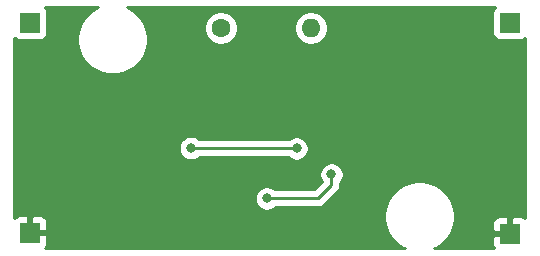
<source format=gbl>
%TF.GenerationSoftware,KiCad,Pcbnew,(5.1.9)-1*%
%TF.CreationDate,2021-01-18T19:47:50+01:00*%
%TF.ProjectId,DC-DC-only,44432d44-432d-46f6-9e6c-792e6b696361,rev?*%
%TF.SameCoordinates,Original*%
%TF.FileFunction,Copper,L2,Bot*%
%TF.FilePolarity,Positive*%
%FSLAX46Y46*%
G04 Gerber Fmt 4.6, Leading zero omitted, Abs format (unit mm)*
G04 Created by KiCad (PCBNEW (5.1.9)-1) date 2021-01-18 19:47:50*
%MOMM*%
%LPD*%
G01*
G04 APERTURE LIST*
%TA.AperFunction,ComponentPad*%
%ADD10R,1.700000X1.700000*%
%TD*%
%TA.AperFunction,ComponentPad*%
%ADD11C,1.600000*%
%TD*%
%TA.AperFunction,ComponentPad*%
%ADD12O,1.600000X1.600000*%
%TD*%
%TA.AperFunction,ViaPad*%
%ADD13C,0.800000*%
%TD*%
%TA.AperFunction,Conductor*%
%ADD14C,0.250000*%
%TD*%
%TA.AperFunction,Conductor*%
%ADD15C,0.254000*%
%TD*%
%TA.AperFunction,Conductor*%
%ADD16C,0.100000*%
%TD*%
G04 APERTURE END LIST*
D10*
%TO.P,J1,1*%
%TO.N,Net-(C1-Pad1)*%
X105000000Y-81220000D03*
%TD*%
%TO.P,J2,1*%
%TO.N,GND*%
X145640000Y-99060000D03*
%TD*%
%TO.P,J3,1*%
%TO.N,Net-(D2-Pad1)*%
X145640000Y-81220000D03*
%TD*%
%TO.P,J4,1*%
%TO.N,GND*%
X105000000Y-99000000D03*
%TD*%
D11*
%TO.P,LO1,2*%
%TO.N,N/C*%
X121164600Y-81644800D03*
D12*
%TO.P,LO1,1*%
X128784600Y-81644800D03*
%TD*%
D13*
%TO.N,Net-(C4-Pad2)*%
X118618000Y-91821000D03*
X127575812Y-91849302D03*
%TO.N,Net-(R5-Pad2)*%
X125066000Y-96079000D03*
X130527000Y-94047000D03*
%TD*%
D14*
%TO.N,Net-(C4-Pad2)*%
X127547510Y-91821000D02*
X127575812Y-91849302D01*
X118618000Y-91821000D02*
X127547510Y-91821000D01*
%TO.N,Net-(R5-Pad2)*%
X125066000Y-96079000D02*
X128876000Y-96079000D01*
X130527000Y-94047000D02*
X130527000Y-94936000D01*
X129384000Y-96079000D02*
X128876000Y-96079000D01*
X130527000Y-94936000D02*
X129384000Y-96079000D01*
%TD*%
D15*
%TO.N,GND*%
X110589862Y-79971817D02*
X110102273Y-80297613D01*
X109687613Y-80712273D01*
X109361817Y-81199862D01*
X109137405Y-81741641D01*
X109023000Y-82316791D01*
X109023000Y-82903209D01*
X109137405Y-83478359D01*
X109361817Y-84020138D01*
X109687613Y-84507727D01*
X110102273Y-84922387D01*
X110589862Y-85248183D01*
X111131641Y-85472595D01*
X111706791Y-85587000D01*
X112293209Y-85587000D01*
X112868359Y-85472595D01*
X113410138Y-85248183D01*
X113897727Y-84922387D01*
X114312387Y-84507727D01*
X114638183Y-84020138D01*
X114862595Y-83478359D01*
X114977000Y-82903209D01*
X114977000Y-82316791D01*
X114862595Y-81741641D01*
X114763940Y-81503465D01*
X119729600Y-81503465D01*
X119729600Y-81786135D01*
X119784747Y-82063374D01*
X119892920Y-82324527D01*
X120049963Y-82559559D01*
X120249841Y-82759437D01*
X120484873Y-82916480D01*
X120746026Y-83024653D01*
X121023265Y-83079800D01*
X121305935Y-83079800D01*
X121583174Y-83024653D01*
X121844327Y-82916480D01*
X122079359Y-82759437D01*
X122279237Y-82559559D01*
X122436280Y-82324527D01*
X122544453Y-82063374D01*
X122599600Y-81786135D01*
X122599600Y-81503465D01*
X127349600Y-81503465D01*
X127349600Y-81786135D01*
X127404747Y-82063374D01*
X127512920Y-82324527D01*
X127669963Y-82559559D01*
X127869841Y-82759437D01*
X128104873Y-82916480D01*
X128366026Y-83024653D01*
X128643265Y-83079800D01*
X128925935Y-83079800D01*
X129203174Y-83024653D01*
X129464327Y-82916480D01*
X129699359Y-82759437D01*
X129899237Y-82559559D01*
X130056280Y-82324527D01*
X130164453Y-82063374D01*
X130219600Y-81786135D01*
X130219600Y-81503465D01*
X130164453Y-81226226D01*
X130056280Y-80965073D01*
X129899237Y-80730041D01*
X129699359Y-80530163D01*
X129464327Y-80373120D01*
X129203174Y-80264947D01*
X128925935Y-80209800D01*
X128643265Y-80209800D01*
X128366026Y-80264947D01*
X128104873Y-80373120D01*
X127869841Y-80530163D01*
X127669963Y-80730041D01*
X127512920Y-80965073D01*
X127404747Y-81226226D01*
X127349600Y-81503465D01*
X122599600Y-81503465D01*
X122544453Y-81226226D01*
X122436280Y-80965073D01*
X122279237Y-80730041D01*
X122079359Y-80530163D01*
X121844327Y-80373120D01*
X121583174Y-80264947D01*
X121305935Y-80209800D01*
X121023265Y-80209800D01*
X120746026Y-80264947D01*
X120484873Y-80373120D01*
X120249841Y-80530163D01*
X120049963Y-80730041D01*
X119892920Y-80965073D01*
X119784747Y-81226226D01*
X119729600Y-81503465D01*
X114763940Y-81503465D01*
X114638183Y-81199862D01*
X114312387Y-80712273D01*
X113897727Y-80297613D01*
X113410138Y-79971817D01*
X113248827Y-79905000D01*
X144355649Y-79905000D01*
X144338815Y-79918815D01*
X144259463Y-80015506D01*
X144200498Y-80125820D01*
X144164188Y-80245518D01*
X144151928Y-80370000D01*
X144151928Y-82070000D01*
X144164188Y-82194482D01*
X144200498Y-82314180D01*
X144259463Y-82424494D01*
X144338815Y-82521185D01*
X144435506Y-82600537D01*
X144545820Y-82659502D01*
X144665518Y-82695812D01*
X144790000Y-82708072D01*
X146490000Y-82708072D01*
X146614482Y-82695812D01*
X146734180Y-82659502D01*
X146844494Y-82600537D01*
X146941185Y-82521185D01*
X146955000Y-82504351D01*
X146955001Y-97775650D01*
X146941185Y-97758815D01*
X146844494Y-97679463D01*
X146734180Y-97620498D01*
X146614482Y-97584188D01*
X146490000Y-97571928D01*
X145925750Y-97575000D01*
X145767000Y-97733750D01*
X145767000Y-98933000D01*
X145787000Y-98933000D01*
X145787000Y-99187000D01*
X145767000Y-99187000D01*
X145767000Y-99207000D01*
X145513000Y-99207000D01*
X145513000Y-99187000D01*
X144313750Y-99187000D01*
X144155000Y-99345750D01*
X144151928Y-99910000D01*
X144164188Y-100034482D01*
X144200498Y-100154180D01*
X144259463Y-100264494D01*
X144300912Y-100315000D01*
X139248827Y-100315000D01*
X139410138Y-100248183D01*
X139897727Y-99922387D01*
X140312387Y-99507727D01*
X140638183Y-99020138D01*
X140862595Y-98478359D01*
X140915975Y-98210000D01*
X144151928Y-98210000D01*
X144155000Y-98774250D01*
X144313750Y-98933000D01*
X145513000Y-98933000D01*
X145513000Y-97733750D01*
X145354250Y-97575000D01*
X144790000Y-97571928D01*
X144665518Y-97584188D01*
X144545820Y-97620498D01*
X144435506Y-97679463D01*
X144338815Y-97758815D01*
X144259463Y-97855506D01*
X144200498Y-97965820D01*
X144164188Y-98085518D01*
X144151928Y-98210000D01*
X140915975Y-98210000D01*
X140977000Y-97903209D01*
X140977000Y-97316791D01*
X140862595Y-96741641D01*
X140638183Y-96199862D01*
X140312387Y-95712273D01*
X139897727Y-95297613D01*
X139410138Y-94971817D01*
X138868359Y-94747405D01*
X138293209Y-94633000D01*
X137706791Y-94633000D01*
X137131641Y-94747405D01*
X136589862Y-94971817D01*
X136102273Y-95297613D01*
X135687613Y-95712273D01*
X135361817Y-96199862D01*
X135137405Y-96741641D01*
X135023000Y-97316791D01*
X135023000Y-97903209D01*
X135137405Y-98478359D01*
X135361817Y-99020138D01*
X135687613Y-99507727D01*
X136102273Y-99922387D01*
X136589862Y-100248183D01*
X136751173Y-100315000D01*
X106284351Y-100315000D01*
X106301185Y-100301185D01*
X106380537Y-100204494D01*
X106439502Y-100094180D01*
X106475812Y-99974482D01*
X106488072Y-99850000D01*
X106485000Y-99285750D01*
X106326250Y-99127000D01*
X105127000Y-99127000D01*
X105127000Y-99147000D01*
X104873000Y-99147000D01*
X104873000Y-99127000D01*
X104853000Y-99127000D01*
X104853000Y-98873000D01*
X104873000Y-98873000D01*
X104873000Y-97673750D01*
X105127000Y-97673750D01*
X105127000Y-98873000D01*
X106326250Y-98873000D01*
X106485000Y-98714250D01*
X106488072Y-98150000D01*
X106475812Y-98025518D01*
X106439502Y-97905820D01*
X106380537Y-97795506D01*
X106301185Y-97698815D01*
X106204494Y-97619463D01*
X106094180Y-97560498D01*
X105974482Y-97524188D01*
X105850000Y-97511928D01*
X105285750Y-97515000D01*
X105127000Y-97673750D01*
X104873000Y-97673750D01*
X104714250Y-97515000D01*
X104150000Y-97511928D01*
X104025518Y-97524188D01*
X103905820Y-97560498D01*
X103795506Y-97619463D01*
X103698815Y-97698815D01*
X103685000Y-97715649D01*
X103685000Y-95977061D01*
X124031000Y-95977061D01*
X124031000Y-96180939D01*
X124070774Y-96380898D01*
X124148795Y-96569256D01*
X124262063Y-96738774D01*
X124406226Y-96882937D01*
X124575744Y-96996205D01*
X124764102Y-97074226D01*
X124964061Y-97114000D01*
X125167939Y-97114000D01*
X125367898Y-97074226D01*
X125556256Y-96996205D01*
X125725774Y-96882937D01*
X125769711Y-96839000D01*
X129346678Y-96839000D01*
X129384000Y-96842676D01*
X129421322Y-96839000D01*
X129421333Y-96839000D01*
X129532986Y-96828003D01*
X129676247Y-96784546D01*
X129808276Y-96713974D01*
X129924001Y-96619001D01*
X129947804Y-96589998D01*
X131038003Y-95499799D01*
X131067001Y-95476001D01*
X131113595Y-95419226D01*
X131161974Y-95360277D01*
X131232546Y-95228247D01*
X131276003Y-95084986D01*
X131287000Y-94973333D01*
X131287000Y-94973324D01*
X131290676Y-94936001D01*
X131287000Y-94898678D01*
X131287000Y-94750711D01*
X131330937Y-94706774D01*
X131444205Y-94537256D01*
X131522226Y-94348898D01*
X131562000Y-94148939D01*
X131562000Y-93945061D01*
X131522226Y-93745102D01*
X131444205Y-93556744D01*
X131330937Y-93387226D01*
X131186774Y-93243063D01*
X131017256Y-93129795D01*
X130828898Y-93051774D01*
X130628939Y-93012000D01*
X130425061Y-93012000D01*
X130225102Y-93051774D01*
X130036744Y-93129795D01*
X129867226Y-93243063D01*
X129723063Y-93387226D01*
X129609795Y-93556744D01*
X129531774Y-93745102D01*
X129492000Y-93945061D01*
X129492000Y-94148939D01*
X129531774Y-94348898D01*
X129609795Y-94537256D01*
X129706385Y-94681813D01*
X129069199Y-95319000D01*
X125769711Y-95319000D01*
X125725774Y-95275063D01*
X125556256Y-95161795D01*
X125367898Y-95083774D01*
X125167939Y-95044000D01*
X124964061Y-95044000D01*
X124764102Y-95083774D01*
X124575744Y-95161795D01*
X124406226Y-95275063D01*
X124262063Y-95419226D01*
X124148795Y-95588744D01*
X124070774Y-95777102D01*
X124031000Y-95977061D01*
X103685000Y-95977061D01*
X103685000Y-91719061D01*
X117583000Y-91719061D01*
X117583000Y-91922939D01*
X117622774Y-92122898D01*
X117700795Y-92311256D01*
X117814063Y-92480774D01*
X117958226Y-92624937D01*
X118127744Y-92738205D01*
X118316102Y-92816226D01*
X118516061Y-92856000D01*
X118719939Y-92856000D01*
X118919898Y-92816226D01*
X119108256Y-92738205D01*
X119277774Y-92624937D01*
X119321711Y-92581000D01*
X126843799Y-92581000D01*
X126916038Y-92653239D01*
X127085556Y-92766507D01*
X127273914Y-92844528D01*
X127473873Y-92884302D01*
X127677751Y-92884302D01*
X127877710Y-92844528D01*
X128066068Y-92766507D01*
X128235586Y-92653239D01*
X128379749Y-92509076D01*
X128493017Y-92339558D01*
X128571038Y-92151200D01*
X128610812Y-91951241D01*
X128610812Y-91747363D01*
X128571038Y-91547404D01*
X128493017Y-91359046D01*
X128379749Y-91189528D01*
X128235586Y-91045365D01*
X128066068Y-90932097D01*
X127877710Y-90854076D01*
X127677751Y-90814302D01*
X127473873Y-90814302D01*
X127273914Y-90854076D01*
X127085556Y-90932097D01*
X126916038Y-91045365D01*
X126900403Y-91061000D01*
X119321711Y-91061000D01*
X119277774Y-91017063D01*
X119108256Y-90903795D01*
X118919898Y-90825774D01*
X118719939Y-90786000D01*
X118516061Y-90786000D01*
X118316102Y-90825774D01*
X118127744Y-90903795D01*
X117958226Y-91017063D01*
X117814063Y-91161226D01*
X117700795Y-91330744D01*
X117622774Y-91519102D01*
X117583000Y-91719061D01*
X103685000Y-91719061D01*
X103685000Y-82504351D01*
X103698815Y-82521185D01*
X103795506Y-82600537D01*
X103905820Y-82659502D01*
X104025518Y-82695812D01*
X104150000Y-82708072D01*
X105850000Y-82708072D01*
X105974482Y-82695812D01*
X106094180Y-82659502D01*
X106204494Y-82600537D01*
X106301185Y-82521185D01*
X106380537Y-82424494D01*
X106439502Y-82314180D01*
X106475812Y-82194482D01*
X106488072Y-82070000D01*
X106488072Y-80370000D01*
X106475812Y-80245518D01*
X106439502Y-80125820D01*
X106380537Y-80015506D01*
X106301185Y-79918815D01*
X106284351Y-79905000D01*
X110751173Y-79905000D01*
X110589862Y-79971817D01*
%TA.AperFunction,Conductor*%
D16*
G36*
X110589862Y-79971817D02*
G01*
X110102273Y-80297613D01*
X109687613Y-80712273D01*
X109361817Y-81199862D01*
X109137405Y-81741641D01*
X109023000Y-82316791D01*
X109023000Y-82903209D01*
X109137405Y-83478359D01*
X109361817Y-84020138D01*
X109687613Y-84507727D01*
X110102273Y-84922387D01*
X110589862Y-85248183D01*
X111131641Y-85472595D01*
X111706791Y-85587000D01*
X112293209Y-85587000D01*
X112868359Y-85472595D01*
X113410138Y-85248183D01*
X113897727Y-84922387D01*
X114312387Y-84507727D01*
X114638183Y-84020138D01*
X114862595Y-83478359D01*
X114977000Y-82903209D01*
X114977000Y-82316791D01*
X114862595Y-81741641D01*
X114763940Y-81503465D01*
X119729600Y-81503465D01*
X119729600Y-81786135D01*
X119784747Y-82063374D01*
X119892920Y-82324527D01*
X120049963Y-82559559D01*
X120249841Y-82759437D01*
X120484873Y-82916480D01*
X120746026Y-83024653D01*
X121023265Y-83079800D01*
X121305935Y-83079800D01*
X121583174Y-83024653D01*
X121844327Y-82916480D01*
X122079359Y-82759437D01*
X122279237Y-82559559D01*
X122436280Y-82324527D01*
X122544453Y-82063374D01*
X122599600Y-81786135D01*
X122599600Y-81503465D01*
X127349600Y-81503465D01*
X127349600Y-81786135D01*
X127404747Y-82063374D01*
X127512920Y-82324527D01*
X127669963Y-82559559D01*
X127869841Y-82759437D01*
X128104873Y-82916480D01*
X128366026Y-83024653D01*
X128643265Y-83079800D01*
X128925935Y-83079800D01*
X129203174Y-83024653D01*
X129464327Y-82916480D01*
X129699359Y-82759437D01*
X129899237Y-82559559D01*
X130056280Y-82324527D01*
X130164453Y-82063374D01*
X130219600Y-81786135D01*
X130219600Y-81503465D01*
X130164453Y-81226226D01*
X130056280Y-80965073D01*
X129899237Y-80730041D01*
X129699359Y-80530163D01*
X129464327Y-80373120D01*
X129203174Y-80264947D01*
X128925935Y-80209800D01*
X128643265Y-80209800D01*
X128366026Y-80264947D01*
X128104873Y-80373120D01*
X127869841Y-80530163D01*
X127669963Y-80730041D01*
X127512920Y-80965073D01*
X127404747Y-81226226D01*
X127349600Y-81503465D01*
X122599600Y-81503465D01*
X122544453Y-81226226D01*
X122436280Y-80965073D01*
X122279237Y-80730041D01*
X122079359Y-80530163D01*
X121844327Y-80373120D01*
X121583174Y-80264947D01*
X121305935Y-80209800D01*
X121023265Y-80209800D01*
X120746026Y-80264947D01*
X120484873Y-80373120D01*
X120249841Y-80530163D01*
X120049963Y-80730041D01*
X119892920Y-80965073D01*
X119784747Y-81226226D01*
X119729600Y-81503465D01*
X114763940Y-81503465D01*
X114638183Y-81199862D01*
X114312387Y-80712273D01*
X113897727Y-80297613D01*
X113410138Y-79971817D01*
X113248827Y-79905000D01*
X144355649Y-79905000D01*
X144338815Y-79918815D01*
X144259463Y-80015506D01*
X144200498Y-80125820D01*
X144164188Y-80245518D01*
X144151928Y-80370000D01*
X144151928Y-82070000D01*
X144164188Y-82194482D01*
X144200498Y-82314180D01*
X144259463Y-82424494D01*
X144338815Y-82521185D01*
X144435506Y-82600537D01*
X144545820Y-82659502D01*
X144665518Y-82695812D01*
X144790000Y-82708072D01*
X146490000Y-82708072D01*
X146614482Y-82695812D01*
X146734180Y-82659502D01*
X146844494Y-82600537D01*
X146941185Y-82521185D01*
X146955000Y-82504351D01*
X146955001Y-97775650D01*
X146941185Y-97758815D01*
X146844494Y-97679463D01*
X146734180Y-97620498D01*
X146614482Y-97584188D01*
X146490000Y-97571928D01*
X145925750Y-97575000D01*
X145767000Y-97733750D01*
X145767000Y-98933000D01*
X145787000Y-98933000D01*
X145787000Y-99187000D01*
X145767000Y-99187000D01*
X145767000Y-99207000D01*
X145513000Y-99207000D01*
X145513000Y-99187000D01*
X144313750Y-99187000D01*
X144155000Y-99345750D01*
X144151928Y-99910000D01*
X144164188Y-100034482D01*
X144200498Y-100154180D01*
X144259463Y-100264494D01*
X144300912Y-100315000D01*
X139248827Y-100315000D01*
X139410138Y-100248183D01*
X139897727Y-99922387D01*
X140312387Y-99507727D01*
X140638183Y-99020138D01*
X140862595Y-98478359D01*
X140915975Y-98210000D01*
X144151928Y-98210000D01*
X144155000Y-98774250D01*
X144313750Y-98933000D01*
X145513000Y-98933000D01*
X145513000Y-97733750D01*
X145354250Y-97575000D01*
X144790000Y-97571928D01*
X144665518Y-97584188D01*
X144545820Y-97620498D01*
X144435506Y-97679463D01*
X144338815Y-97758815D01*
X144259463Y-97855506D01*
X144200498Y-97965820D01*
X144164188Y-98085518D01*
X144151928Y-98210000D01*
X140915975Y-98210000D01*
X140977000Y-97903209D01*
X140977000Y-97316791D01*
X140862595Y-96741641D01*
X140638183Y-96199862D01*
X140312387Y-95712273D01*
X139897727Y-95297613D01*
X139410138Y-94971817D01*
X138868359Y-94747405D01*
X138293209Y-94633000D01*
X137706791Y-94633000D01*
X137131641Y-94747405D01*
X136589862Y-94971817D01*
X136102273Y-95297613D01*
X135687613Y-95712273D01*
X135361817Y-96199862D01*
X135137405Y-96741641D01*
X135023000Y-97316791D01*
X135023000Y-97903209D01*
X135137405Y-98478359D01*
X135361817Y-99020138D01*
X135687613Y-99507727D01*
X136102273Y-99922387D01*
X136589862Y-100248183D01*
X136751173Y-100315000D01*
X106284351Y-100315000D01*
X106301185Y-100301185D01*
X106380537Y-100204494D01*
X106439502Y-100094180D01*
X106475812Y-99974482D01*
X106488072Y-99850000D01*
X106485000Y-99285750D01*
X106326250Y-99127000D01*
X105127000Y-99127000D01*
X105127000Y-99147000D01*
X104873000Y-99147000D01*
X104873000Y-99127000D01*
X104853000Y-99127000D01*
X104853000Y-98873000D01*
X104873000Y-98873000D01*
X104873000Y-97673750D01*
X105127000Y-97673750D01*
X105127000Y-98873000D01*
X106326250Y-98873000D01*
X106485000Y-98714250D01*
X106488072Y-98150000D01*
X106475812Y-98025518D01*
X106439502Y-97905820D01*
X106380537Y-97795506D01*
X106301185Y-97698815D01*
X106204494Y-97619463D01*
X106094180Y-97560498D01*
X105974482Y-97524188D01*
X105850000Y-97511928D01*
X105285750Y-97515000D01*
X105127000Y-97673750D01*
X104873000Y-97673750D01*
X104714250Y-97515000D01*
X104150000Y-97511928D01*
X104025518Y-97524188D01*
X103905820Y-97560498D01*
X103795506Y-97619463D01*
X103698815Y-97698815D01*
X103685000Y-97715649D01*
X103685000Y-95977061D01*
X124031000Y-95977061D01*
X124031000Y-96180939D01*
X124070774Y-96380898D01*
X124148795Y-96569256D01*
X124262063Y-96738774D01*
X124406226Y-96882937D01*
X124575744Y-96996205D01*
X124764102Y-97074226D01*
X124964061Y-97114000D01*
X125167939Y-97114000D01*
X125367898Y-97074226D01*
X125556256Y-96996205D01*
X125725774Y-96882937D01*
X125769711Y-96839000D01*
X129346678Y-96839000D01*
X129384000Y-96842676D01*
X129421322Y-96839000D01*
X129421333Y-96839000D01*
X129532986Y-96828003D01*
X129676247Y-96784546D01*
X129808276Y-96713974D01*
X129924001Y-96619001D01*
X129947804Y-96589998D01*
X131038003Y-95499799D01*
X131067001Y-95476001D01*
X131113595Y-95419226D01*
X131161974Y-95360277D01*
X131232546Y-95228247D01*
X131276003Y-95084986D01*
X131287000Y-94973333D01*
X131287000Y-94973324D01*
X131290676Y-94936001D01*
X131287000Y-94898678D01*
X131287000Y-94750711D01*
X131330937Y-94706774D01*
X131444205Y-94537256D01*
X131522226Y-94348898D01*
X131562000Y-94148939D01*
X131562000Y-93945061D01*
X131522226Y-93745102D01*
X131444205Y-93556744D01*
X131330937Y-93387226D01*
X131186774Y-93243063D01*
X131017256Y-93129795D01*
X130828898Y-93051774D01*
X130628939Y-93012000D01*
X130425061Y-93012000D01*
X130225102Y-93051774D01*
X130036744Y-93129795D01*
X129867226Y-93243063D01*
X129723063Y-93387226D01*
X129609795Y-93556744D01*
X129531774Y-93745102D01*
X129492000Y-93945061D01*
X129492000Y-94148939D01*
X129531774Y-94348898D01*
X129609795Y-94537256D01*
X129706385Y-94681813D01*
X129069199Y-95319000D01*
X125769711Y-95319000D01*
X125725774Y-95275063D01*
X125556256Y-95161795D01*
X125367898Y-95083774D01*
X125167939Y-95044000D01*
X124964061Y-95044000D01*
X124764102Y-95083774D01*
X124575744Y-95161795D01*
X124406226Y-95275063D01*
X124262063Y-95419226D01*
X124148795Y-95588744D01*
X124070774Y-95777102D01*
X124031000Y-95977061D01*
X103685000Y-95977061D01*
X103685000Y-91719061D01*
X117583000Y-91719061D01*
X117583000Y-91922939D01*
X117622774Y-92122898D01*
X117700795Y-92311256D01*
X117814063Y-92480774D01*
X117958226Y-92624937D01*
X118127744Y-92738205D01*
X118316102Y-92816226D01*
X118516061Y-92856000D01*
X118719939Y-92856000D01*
X118919898Y-92816226D01*
X119108256Y-92738205D01*
X119277774Y-92624937D01*
X119321711Y-92581000D01*
X126843799Y-92581000D01*
X126916038Y-92653239D01*
X127085556Y-92766507D01*
X127273914Y-92844528D01*
X127473873Y-92884302D01*
X127677751Y-92884302D01*
X127877710Y-92844528D01*
X128066068Y-92766507D01*
X128235586Y-92653239D01*
X128379749Y-92509076D01*
X128493017Y-92339558D01*
X128571038Y-92151200D01*
X128610812Y-91951241D01*
X128610812Y-91747363D01*
X128571038Y-91547404D01*
X128493017Y-91359046D01*
X128379749Y-91189528D01*
X128235586Y-91045365D01*
X128066068Y-90932097D01*
X127877710Y-90854076D01*
X127677751Y-90814302D01*
X127473873Y-90814302D01*
X127273914Y-90854076D01*
X127085556Y-90932097D01*
X126916038Y-91045365D01*
X126900403Y-91061000D01*
X119321711Y-91061000D01*
X119277774Y-91017063D01*
X119108256Y-90903795D01*
X118919898Y-90825774D01*
X118719939Y-90786000D01*
X118516061Y-90786000D01*
X118316102Y-90825774D01*
X118127744Y-90903795D01*
X117958226Y-91017063D01*
X117814063Y-91161226D01*
X117700795Y-91330744D01*
X117622774Y-91519102D01*
X117583000Y-91719061D01*
X103685000Y-91719061D01*
X103685000Y-82504351D01*
X103698815Y-82521185D01*
X103795506Y-82600537D01*
X103905820Y-82659502D01*
X104025518Y-82695812D01*
X104150000Y-82708072D01*
X105850000Y-82708072D01*
X105974482Y-82695812D01*
X106094180Y-82659502D01*
X106204494Y-82600537D01*
X106301185Y-82521185D01*
X106380537Y-82424494D01*
X106439502Y-82314180D01*
X106475812Y-82194482D01*
X106488072Y-82070000D01*
X106488072Y-80370000D01*
X106475812Y-80245518D01*
X106439502Y-80125820D01*
X106380537Y-80015506D01*
X106301185Y-79918815D01*
X106284351Y-79905000D01*
X110751173Y-79905000D01*
X110589862Y-79971817D01*
G37*
%TD.AperFunction*%
%TD*%
M02*

</source>
